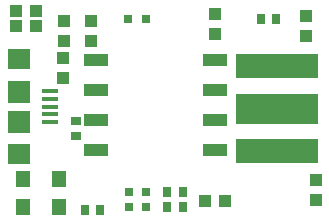
<source format=gtp>
G75*
G70*
%OFA0B0*%
%FSLAX24Y24*%
%IPPOS*%
%LPD*%
%AMOC8*
5,1,8,0,0,1.08239X$1,22.5*
%
%ADD10R,0.0433X0.0394*%
%ADD11R,0.0276X0.0354*%
%ADD12R,0.0315X0.0315*%
%ADD13R,0.0827X0.0394*%
%ADD14R,0.0472X0.0551*%
%ADD15R,0.0354X0.0276*%
%ADD16R,0.0394X0.0433*%
%ADD17R,0.2756X0.0787*%
%ADD18R,0.2756X0.0984*%
%ADD19R,0.0551X0.0138*%
%ADD20R,0.0748X0.0709*%
%ADD21R,0.0748X0.0748*%
D10*
X007747Y001759D03*
X008417Y001759D03*
X002130Y007601D03*
X001460Y007601D03*
X001460Y008070D03*
X002130Y008070D03*
D11*
X009602Y007824D03*
X010113Y007824D03*
X007008Y002066D03*
X006496Y002066D03*
X006496Y001566D03*
X007008Y001566D03*
X004250Y001437D03*
X003738Y001437D03*
D12*
X005207Y001566D03*
X005797Y001566D03*
X005797Y002066D03*
X005207Y002066D03*
X005190Y007807D03*
X005781Y007807D03*
D13*
X004119Y006461D03*
X004119Y005461D03*
X004119Y004461D03*
X004119Y003461D03*
X008096Y003461D03*
X008096Y004461D03*
X008096Y005461D03*
X008096Y006461D03*
D14*
X001693Y001555D03*
X002874Y001555D03*
X002874Y002476D03*
X001693Y002476D03*
D15*
X003442Y003903D03*
X003442Y004415D03*
D16*
X003031Y005840D03*
X003031Y006510D03*
X003051Y007071D03*
X003954Y007071D03*
X003954Y007740D03*
X003051Y007740D03*
X008080Y007998D03*
X008080Y007329D03*
X011108Y007239D03*
X011108Y007909D03*
X011432Y002454D03*
X011432Y001785D03*
D17*
X010151Y003410D03*
X010151Y006244D03*
D18*
X010151Y004827D03*
D19*
X002593Y004894D03*
X002593Y005150D03*
X002593Y005406D03*
X002593Y004638D03*
X002593Y004382D03*
D20*
X001550Y003319D03*
X001550Y006469D03*
D21*
X001550Y005394D03*
X001550Y004394D03*
M02*

</source>
